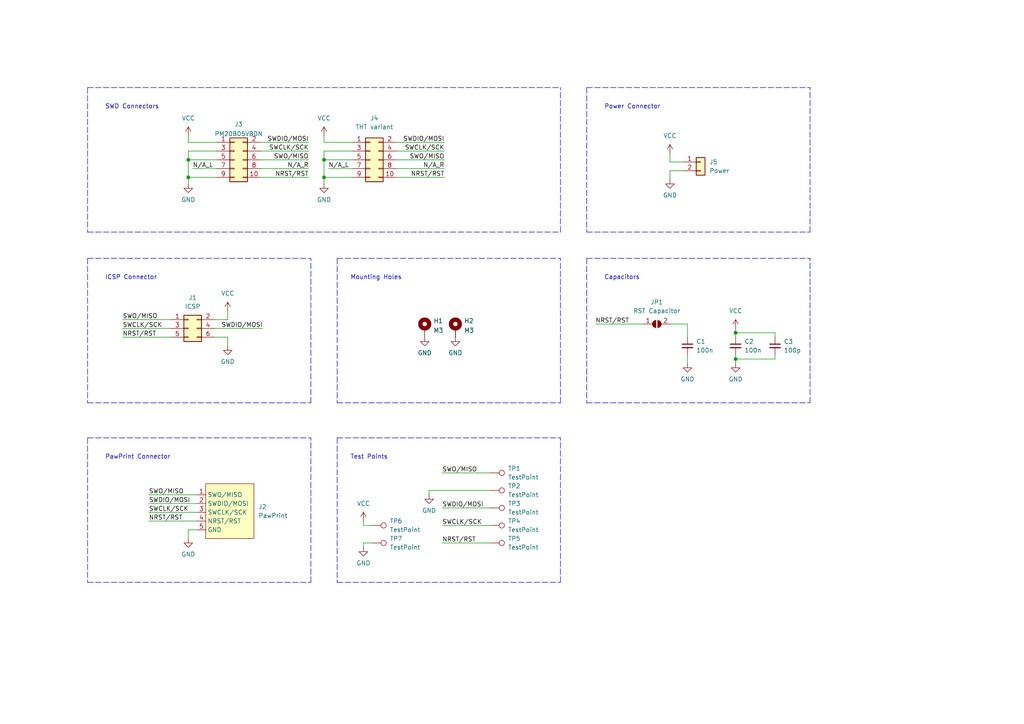
<source format=kicad_sch>
(kicad_sch (version 20211123) (generator eeschema)
  (paper "A4")
  (lib_symbols
    (symbol "Connector:TestPoint" (pin_numbers hide) (pin_names (offset 0.762) hide)
      (property "Reference" "TP" (at 0 6.858 0))
      (property "Value" "TestPoint" (at 0 5.08 0))
      (symbol "TestPoint_0_1"
        (circle (center 0 3.302) (radius 0.762))
      )
      (symbol "TestPoint_1_1"
        (pin passive line (at 0 0 90) (length 2.54) (name "1") (number "1"))
      )
    )
    (symbol "Connector_Generic:Conn_01x02" (pin_names (offset 1.016) hide)
      (property "Reference" "J" (at 0 2.54 0))
      (property "Value" "Conn_01x02" (at 0 -5.08 0))
      (symbol "Conn_01x02_1_1"
        (rectangle (start -1.27 -2.413) (end 0 -2.667) (stroke (width 0.1524)))
        (rectangle (start -1.27 0.127) (end 0 -0.127) (stroke (width 0.1524)))
        (rectangle (start -1.27 1.27) (end 1.27 -3.81) (stroke (width 0.254)) (fill (type background)))
        (pin passive line (at -5.08 0 0) (length 3.81) (name "Pin_1") (number "1"))
        (pin passive line (at -5.08 -2.54 0) (length 3.81) (name "Pin_2") (number "2"))
      )
    )
    (symbol "Connector_Generic:Conn_02x03_Odd_Even" (pin_names (offset 1.016) hide)
      (property "Reference" "J" (at 1.27 5.08 0))
      (property "Value" "Conn_02x03_Odd_Even" (at 1.27 -5.08 0))
      (symbol "Conn_02x03_Odd_Even_1_1"
        (rectangle (start -1.27 -2.413) (end 0 -2.667) (stroke (width 0.1524)))
        (rectangle (start -1.27 0.127) (end 0 -0.127) (stroke (width 0.1524)))
        (rectangle (start -1.27 2.667) (end 0 2.413) (stroke (width 0.1524)))
        (rectangle (start -1.27 3.81) (end 3.81 -3.81) (stroke (width 0.254)) (fill (type background)))
        (rectangle (start 3.81 -2.413) (end 2.54 -2.667) (stroke (width 0.1524)))
        (rectangle (start 3.81 0.127) (end 2.54 -0.127) (stroke (width 0.1524)))
        (rectangle (start 3.81 2.667) (end 2.54 2.413) (stroke (width 0.1524)))
        (pin passive line (at -5.08 2.54 0) (length 3.81) (name "Pin_1") (number "1"))
        (pin passive line (at 7.62 2.54 180) (length 3.81) (name "Pin_2") (number "2"))
        (pin passive line (at -5.08 0 0) (length 3.81) (name "Pin_3") (number "3"))
        (pin passive line (at 7.62 0 180) (length 3.81) (name "Pin_4") (number "4"))
        (pin passive line (at -5.08 -2.54 0) (length 3.81) (name "Pin_5") (number "5"))
        (pin passive line (at 7.62 -2.54 180) (length 3.81) (name "Pin_6") (number "6"))
      )
    )
    (symbol "Connector_Generic:Conn_02x05_Odd_Even" (pin_names (offset 1.016) hide)
      (property "Reference" "J" (at 1.27 7.62 0))
      (property "Value" "Conn_02x05_Odd_Even" (at 1.27 -7.62 0))
      (symbol "Conn_02x05_Odd_Even_1_1"
        (rectangle (start -1.27 -4.953) (end 0 -5.207) (stroke (width 0.1524)))
        (rectangle (start -1.27 -2.413) (end 0 -2.667) (stroke (width 0.1524)))
        (rectangle (start -1.27 0.127) (end 0 -0.127) (stroke (width 0.1524)))
        (rectangle (start -1.27 2.667) (end 0 2.413) (stroke (width 0.1524)))
        (rectangle (start -1.27 5.207) (end 0 4.953) (stroke (width 0.1524)))
        (rectangle (start -1.27 6.35) (end 3.81 -6.35) (stroke (width 0.254)) (fill (type background)))
        (rectangle (start 3.81 -4.953) (end 2.54 -5.207) (stroke (width 0.1524)))
        (rectangle (start 3.81 -2.413) (end 2.54 -2.667) (stroke (width 0.1524)))
        (rectangle (start 3.81 0.127) (end 2.54 -0.127) (stroke (width 0.1524)))
        (rectangle (start 3.81 2.667) (end 2.54 2.413) (stroke (width 0.1524)))
        (rectangle (start 3.81 5.207) (end 2.54 4.953) (stroke (width 0.1524)))
        (pin passive line (at -5.08 5.08 0) (length 3.81) (name "Pin_1") (number "1"))
        (pin passive line (at 7.62 -5.08 180) (length 3.81) (name "Pin_10") (number "10"))
        (pin passive line (at 7.62 5.08 180) (length 3.81) (name "Pin_2") (number "2"))
        (pin passive line (at -5.08 2.54 0) (length 3.81) (name "Pin_3") (number "3"))
        (pin passive line (at 7.62 2.54 180) (length 3.81) (name "Pin_4") (number "4"))
        (pin passive line (at -5.08 0 0) (length 3.81) (name "Pin_5") (number "5"))
        (pin passive line (at 7.62 0 180) (length 3.81) (name "Pin_6") (number "6"))
        (pin passive line (at -5.08 -2.54 0) (length 3.81) (name "Pin_7") (number "7"))
        (pin passive line (at 7.62 -2.54 180) (length 3.81) (name "Pin_8") (number "8"))
        (pin passive line (at -5.08 -5.08 0) (length 3.81) (name "Pin_9") (number "9"))
      )
    )
    (symbol "Cuprum:PawPrint"
      (property "Reference" "J" (at 0 10.16 0))
      (property "Value" "PawPrint" (at 0 -9.525 0))
      (symbol "PawPrint_0_1"
        (rectangle (start -6.35 8.255) (end 7.62 -7.62) (fill (type background)))
      )
      (symbol "PawPrint_1_1"
        (pin input line (at -8.89 5.08 0) (length 2.54) (name "SWO/MISO") (number "1"))
        (pin input line (at -8.89 2.54 0) (length 2.54) (name "SWDIO/MOSI") (number "2"))
        (pin input line (at -8.89 0 0) (length 2.54) (name "SWCLK/SCK") (number "3"))
        (pin input line (at -8.89 -2.54 0) (length 2.54) (name "NRST/RST") (number "4"))
        (pin input line (at -8.89 -5.08 0) (length 2.54) (name "GND") (number "5"))
      )
    )
    (symbol "Device:C_Small" (pin_numbers hide) (pin_names (offset 0.254) hide)
      (property "Reference" "C" (at 0.254 1.778 0))
      (property "Value" "C_Small" (at 0.254 -2.032 0))
      (symbol "C_Small_0_1"
        (polyline (pts (xy -1.524 -0.508) (xy 1.524 -0.508)) (stroke (width 0.3302)))
        (polyline (pts (xy -1.524 0.508) (xy 1.524 0.508)) (stroke (width 0.3048)))
      )
      (symbol "C_Small_1_1"
        (pin passive line (at 0 2.54 270) (length 2.032) (name "~") (number "1"))
        (pin passive line (at 0 -2.54 90) (length 2.032) (name "~") (number "2"))
      )
    )
    (symbol "Jumper:SolderJumper_2_Open" (pin_names (offset 0) hide)
      (property "Reference" "JP" (at 0 2.032 0))
      (property "Value" "SolderJumper_2_Open" (at 0 -2.54 0))
      (symbol "SolderJumper_2_Open_0_1"
        (arc (start -0.254 1.016) (mid -1.27 0) (end -0.254 -1.016))
        (arc (start -0.254 1.016) (mid -1.27 0) (end -0.254 -1.016) (fill (type outline)))
        (polyline (pts (xy -0.254 1.016) (xy -0.254 -1.016)))
        (polyline (pts (xy 0.254 1.016) (xy 0.254 -1.016)))
        (arc (start 0.254 -1.016) (mid 1.27 0) (end 0.254 1.016))
        (arc (start 0.254 -1.016) (mid 1.27 0) (end 0.254 1.016) (fill (type outline)))
      )
      (symbol "SolderJumper_2_Open_1_1"
        (pin passive line (at -3.81 0 0) (length 2.54) (name "A") (number "1"))
        (pin passive line (at 3.81 0 180) (length 2.54) (name "B") (number "2"))
      )
    )
    (symbol "Mechanical:MountingHole_Pad" (pin_numbers hide) (pin_names (offset 1.016) hide)
      (property "Reference" "H" (at 0 6.35 0))
      (property "Value" "MountingHole_Pad" (at 0 4.445 0))
      (symbol "MountingHole_Pad_0_1"
        (circle (center 0 1.27) (radius 1.27) (stroke (width 1.27)))
      )
      (symbol "MountingHole_Pad_1_1"
        (pin input line (at 0 -2.54 90) (length 2.54) (name "1") (number "1"))
      )
    )
    (symbol "power:GND" (power) (pin_names (offset 0))
      (property "Value" "GND" (at 0 -3.81 0))
      (symbol "GND_0_1"
        (polyline (pts (xy 0 0) (xy 0 -1.27) (xy 1.27 -1.27) (xy 0 -2.54) (xy -1.27 -1.27) (xy 0 -1.27)))
      )
      (symbol "GND_1_1"
        (pin power_in line (at 0 0 270) (length 0) hide (name "GND") (number "1"))
      )
    )
    (symbol "power:VCC" (power) (pin_names (offset 0))
      (property "Value" "VCC" (at 0 3.81 0))
      (symbol "VCC_0_1"
        (polyline (pts (xy -0.762 1.27) (xy 0 2.54)))
        (polyline (pts (xy 0 0) (xy 0 2.54)))
        (polyline (pts (xy 0 2.54) (xy 0.762 1.27)))
      )
      (symbol "VCC_1_1"
        (pin power_in line (at 0 0 90) (length 0) hide (name "VCC") (number "1"))
      )
    )
  )
  (junction (at 93.98 46.355))
  (junction (at 54.61 46.355))
  (junction (at 213.36 96.52))
  (junction (at 54.61 51.435))
  (junction (at 213.36 104.14))
  (junction (at 93.98 51.435))
  (wire (pts (xy 93.98 41.275) (xy 93.98 39.37)))
  (wire (pts (xy 102.235 41.275) (xy 93.98 41.275)))
  (polyline (pts (xy 170.18 25.4) (xy 170.18 67.31)))
  (wire (pts (xy 194.31 46.99) (xy 198.12 46.99)))
  (polyline (pts (xy 25.4 168.91) (xy 90.17 168.91)))
  (polyline (pts (xy 90.17 116.84) (xy 90.17 74.93)))
  (polyline (pts (xy 170.18 74.93) (xy 170.18 116.84)))
  (wire (pts (xy 114.935 41.275) (xy 128.905 41.275)))
  (wire (pts (xy 194.31 49.53) (xy 198.12 49.53)))
  (polyline (pts (xy 97.79 74.93) (xy 97.79 116.84)))
  (wire (pts (xy 54.61 53.34) (xy 54.61 51.435)))
  (polyline (pts (xy 25.4 74.93) (xy 25.4 116.84)))
  (wire (pts (xy 93.98 51.435) (xy 93.98 46.355)))
  (wire (pts (xy 224.79 102.87) (xy 224.79 104.14)))
  (polyline (pts (xy 97.79 116.84) (xy 162.56 116.84)))
  (wire (pts (xy 213.36 96.52) (xy 213.36 97.79)))
  (wire (pts (xy 35.56 95.25) (xy 49.53 95.25)))
  (wire (pts (xy 95.25 48.895) (xy 102.235 48.895)))
  (polyline (pts (xy 25.4 25.4) (xy 162.56 25.4)))
  (polyline (pts (xy 162.56 168.91) (xy 162.56 127)))
  (wire (pts (xy 124.46 143.51) (xy 124.46 142.24)))
  (wire (pts (xy 93.98 53.34) (xy 93.98 51.435)))
  (polyline (pts (xy 170.18 67.31) (xy 234.95 67.31)))
  (polyline (pts (xy 97.79 74.93) (xy 162.56 74.93)))
  (wire (pts (xy 66.04 100.33) (xy 66.04 97.79)))
  (polyline (pts (xy 234.95 67.31) (xy 234.95 25.4)))
  (polyline (pts (xy 25.4 127) (xy 90.17 127)))
  (wire (pts (xy 128.905 46.355) (xy 114.935 46.355)))
  (wire (pts (xy 114.935 48.895) (xy 128.905 48.895)))
  (wire (pts (xy 54.61 46.355) (xy 62.865 46.355)))
  (wire (pts (xy 93.98 46.355) (xy 93.98 43.815)))
  (wire (pts (xy 62.865 41.275) (xy 54.61 41.275)))
  (wire (pts (xy 105.41 151.13) (xy 105.41 152.4)))
  (polyline (pts (xy 162.56 67.31) (xy 162.56 25.4)))
  (wire (pts (xy 89.535 43.815) (xy 75.565 43.815)))
  (wire (pts (xy 224.79 97.79) (xy 224.79 96.52)))
  (polyline (pts (xy 25.4 67.31) (xy 162.56 67.31)))
  (wire (pts (xy 35.56 92.71) (xy 49.53 92.71)))
  (wire (pts (xy 62.23 92.71) (xy 66.04 92.71)))
  (wire (pts (xy 194.31 44.45) (xy 194.31 46.99)))
  (polyline (pts (xy 25.4 25.4) (xy 25.4 67.31)))
  (wire (pts (xy 66.04 92.71) (xy 66.04 90.17)))
  (wire (pts (xy 105.41 157.48) (xy 105.41 158.75)))
  (wire (pts (xy 43.18 143.51) (xy 57.15 143.51)))
  (wire (pts (xy 89.535 46.355) (xy 75.565 46.355)))
  (wire (pts (xy 213.36 95.25) (xy 213.36 96.52)))
  (wire (pts (xy 54.61 153.67) (xy 57.15 153.67)))
  (wire (pts (xy 54.61 46.355) (xy 54.61 43.815)))
  (wire (pts (xy 62.23 97.79) (xy 66.04 97.79)))
  (wire (pts (xy 57.15 146.05) (xy 43.18 146.05)))
  (wire (pts (xy 93.98 46.355) (xy 102.235 46.355)))
  (wire (pts (xy 213.36 104.14) (xy 213.36 102.87)))
  (wire (pts (xy 199.39 105.41) (xy 199.39 102.87)))
  (wire (pts (xy 62.23 95.25) (xy 76.2 95.25)))
  (polyline (pts (xy 25.4 74.93) (xy 90.17 74.93)))
  (wire (pts (xy 35.56 97.79) (xy 49.53 97.79)))
  (wire (pts (xy 128.27 157.48) (xy 142.24 157.48)))
  (wire (pts (xy 172.72 93.98) (xy 186.69 93.98)))
  (polyline (pts (xy 25.4 116.84) (xy 90.17 116.84)))
  (wire (pts (xy 75.565 41.275) (xy 89.535 41.275)))
  (wire (pts (xy 128.905 43.815) (xy 114.935 43.815)))
  (polyline (pts (xy 90.17 168.91) (xy 90.17 127)))
  (wire (pts (xy 43.18 148.59) (xy 57.15 148.59)))
  (polyline (pts (xy 97.79 168.91) (xy 162.56 168.91)))
  (polyline (pts (xy 97.79 127) (xy 97.79 168.91)))
  (wire (pts (xy 199.39 93.98) (xy 199.39 97.79)))
  (wire (pts (xy 128.27 152.4) (xy 142.24 152.4)))
  (polyline (pts (xy 97.79 127) (xy 162.56 127)))
  (wire (pts (xy 213.36 104.14) (xy 224.79 104.14)))
  (polyline (pts (xy 170.18 116.84) (xy 234.95 116.84)))
  (polyline (pts (xy 234.95 116.84) (xy 234.95 74.93)))
  (wire (pts (xy 75.565 48.895) (xy 89.535 48.895)))
  (wire (pts (xy 213.36 105.41) (xy 213.36 104.14)))
  (wire (pts (xy 43.18 151.13) (xy 57.15 151.13)))
  (wire (pts (xy 93.98 51.435) (xy 102.235 51.435)))
  (wire (pts (xy 107.95 152.4) (xy 105.41 152.4)))
  (wire (pts (xy 54.61 156.21) (xy 54.61 153.67)))
  (wire (pts (xy 55.88 48.895) (xy 62.865 48.895)))
  (wire (pts (xy 213.36 96.52) (xy 224.79 96.52)))
  (wire (pts (xy 54.61 51.435) (xy 54.61 46.355)))
  (wire (pts (xy 194.31 52.07) (xy 194.31 49.53)))
  (wire (pts (xy 89.535 51.435) (xy 75.565 51.435)))
  (polyline (pts (xy 25.4 127) (xy 25.4 168.91)))
  (wire (pts (xy 107.95 157.48) (xy 105.41 157.48)))
  (polyline (pts (xy 170.18 74.93) (xy 234.95 74.93)))
  (wire (pts (xy 194.31 93.98) (xy 199.39 93.98)))
  (wire (pts (xy 142.24 147.32) (xy 128.27 147.32)))
  (wire (pts (xy 128.27 137.16) (xy 142.24 137.16)))
  (wire (pts (xy 93.98 43.815) (xy 102.235 43.815)))
  (wire (pts (xy 128.905 51.435) (xy 114.935 51.435)))
  (wire (pts (xy 54.61 43.815) (xy 62.865 43.815)))
  (polyline (pts (xy 162.56 116.84) (xy 162.56 74.93)))
  (polyline (pts (xy 170.18 25.4) (xy 234.95 25.4)))
  (wire (pts (xy 124.46 142.24) (xy 142.24 142.24)))
  (wire (pts (xy 54.61 51.435) (xy 62.865 51.435)))
  (wire (pts (xy 54.61 41.275) (xy 54.61 39.37)))
  (text "Power Connector" (at 175.26 31.75 0) (effects (font (size 1.27 1.27)) (justify left bottom)))
  (text "Test Points" (at 101.6 133.35 0) (effects (font (size 1.27 1.27)) (justify left bottom)))
  (text "Mounting Holes" (at 101.6 81.28 0) (effects (font (size 1.27 1.27)) (justify left bottom)))
  (text "PawPrint Connector" (at 30.48 133.35 0) (effects (font (size 1.27 1.27)) (justify left bottom)))
  (text "ICSP Connector" (at 30.48 81.28 0) (effects (font (size 1.27 1.27)) (justify left bottom)))
  (text "Capacitors" (at 175.26 81.28 0) (effects (font (size 1.27 1.27)) (justify left bottom)))
  (text "SWD Connectors" (at 30.48 31.75 0) (effects (font (size 1.27 1.27)) (justify left bottom)))
  (label "SWO{slash}MISO" (at 128.905 46.355 180))
  (label "SWDIO{slash}MOSI" (at 76.2 95.25 180))
  (label "SWDIO{slash}MOSI" (at 43.18 146.05 0))
  (label "N{slash}A_R" (at 89.535 48.895 180))
  (label "SWO{slash}MISO" (at 128.27 137.16 0))
  (label "NRST{slash}RST" (at 172.72 93.98 0))
  (label "N{slash}A_L" (at 95.25 48.895 0))
  (label "N{slash}A_R" (at 128.905 48.895 180))
  (label "SWCLK{slash}SCK" (at 128.27 152.4 0))
  (label "NRST{slash}RST" (at 43.18 151.13 0))
  (label "SWO{slash}MISO" (at 89.535 46.355 180))
  (label "NRST{slash}RST" (at 128.905 51.435 180))
  (label "NRST{slash}RST" (at 89.535 51.435 180))
  (label "N{slash}A_L" (at 55.88 48.895 0))
  (label "SWO{slash}MISO" (at 43.18 143.51 0))
  (label "SWCLK{slash}SCK" (at 35.56 95.25 0))
  (label "NRST{slash}RST" (at 35.56 97.79 0))
  (label "SWO{slash}MISO" (at 35.56 92.71 0))
  (label "SWDIO{slash}MOSI" (at 89.535 41.275 180))
  (label "SWDIO{slash}MOSI" (at 128.27 147.32 0))
  (label "SWCLK{slash}SCK" (at 128.905 43.815 180))
  (label "SWCLK{slash}SCK" (at 89.535 43.815 180))
  (label "SWDIO{slash}MOSI" (at 128.905 41.275 180))
  (label "SWCLK{slash}SCK" (at 43.18 148.59 0))
  (label "NRST{slash}RST" (at 128.27 157.48 0))
  (symbol (lib_id "power:GND") (at 132.08 97.79 0) (unit 1)
    (property "Reference" "#PWR010" (effects hide))
    (property "Value" "GND" (at 132.08 102.3525 0))
  )
  (symbol (lib_id "power:VCC") (at 93.98 39.37 0) (unit 1)
    (property "Reference" "#PWR?" (effects hide))
    (property "Value" "VCC" (at 93.98 34.29 0))
  )
  (symbol (lib_id "power:GND") (at 54.61 53.34 0) (unit 1)
    (property "Reference" "#PWR02" (effects hide))
    (property "Value" "GND" (at 54.61 57.9025 0))
  )
  (symbol (lib_id "Cuprum:PawPrint") (at 66.04 148.59 0) (unit 1)
    (property "Reference" "J2" (at 74.93 147.0024 0) (effects (justify left)))
    (property "Value" "PawPrint" (at 74.93 149.5424 0) (effects (justify left)))
    (property "Footprint" "KiCAD Library:pawpad_holeless" (effects hide))
  )
  (symbol (lib_id "power:GND") (at 194.31 52.07 0) (unit 1)
    (property "Reference" "#PWR012" (effects hide))
    (property "Value" "GND" (at 194.31 56.6325 0))
  )
  (symbol (lib_id "Connector:TestPoint") (at 142.24 142.24 270) (unit 1)
    (property "Reference" "TP2" (at 147.32 140.9699 90) (effects (justify left)))
    (property "Value" "TestPoint" (at 147.32 143.5099 90) (effects (justify left)))
    (property "Footprint" "KiCAD Library:TestPoint_Keystone_5019_Minature_No_Silkscreen" (effects hide))
  )
  (symbol (lib_id "Device:C_Small") (at 199.39 100.33 0) (unit 1)
    (property "Reference" "C1" (at 201.93 99.0662 0) (effects (justify left)))
    (property "Value" "100n" (at 201.93 101.6062 0) (effects (justify left)))
    (property "Footprint" "Capacitor_SMD:C_0603_1608Metric" (effects hide))
  )
  (symbol (lib_id "Jumper:SolderJumper_2_Open") (at 190.5 93.98 0) (unit 1)
    (property "Reference" "JP1" (at 190.5 87.63 0))
    (property "Value" "RST Capacitor" (at 190.5 90.17 0))
    (property "Footprint" "Jumper:SolderJumper-2_P1.3mm_Open_RoundedPad1.0x1.5mm" (effects hide))
  )
  (symbol (lib_id "Connector:TestPoint") (at 142.24 157.48 270) (unit 1)
    (property "Reference" "TP5" (at 147.32 156.2099 90) (effects (justify left)))
    (property "Value" "TestPoint" (at 147.32 158.7499 90) (effects (justify left)))
    (property "Footprint" "KiCAD Library:TestPoint_Keystone_5019_Minature_No_Silkscreen" (effects hide))
  )
  (symbol (lib_id "Connector:TestPoint") (at 107.95 152.4 270) (unit 1)
    (property "Reference" "TP6" (at 113.03 151.1299 90) (effects (justify left)))
    (property "Value" "TestPoint" (at 113.03 153.6699 90) (effects (justify left)))
    (property "Footprint" "KiCAD Library:TestPoint_Keystone_5019_Minature_No_Silkscreen" (effects hide))
  )
  (symbol (lib_id "Connector:TestPoint") (at 107.95 157.48 270) (unit 1)
    (property "Reference" "TP7" (at 113.03 156.2099 90) (effects (justify left)))
    (property "Value" "TestPoint" (at 113.03 158.7499 90) (effects (justify left)))
    (property "Footprint" "KiCAD Library:TestPoint_Keystone_5019_Minature_No_Silkscreen" (effects hide))
  )
  (symbol (lib_id "power:GND") (at 54.61 156.21 0) (unit 1)
    (property "Reference" "#PWR03" (effects hide))
    (property "Value" "GND" (at 54.61 160.7725 0))
  )
  (symbol (lib_id "Connector_Generic:Conn_02x05_Odd_Even") (at 107.315 46.355 0) (unit 1)
    (property "Reference" "J4" (at 108.585 34.29 0))
    (property "Value" "THT variant" (at 108.585 36.83 0))
    (property "Footprint" "Connector_PinHeader_1.27mm:PinHeader_2x05_P1.27mm_Vertical" (effects hide))
  )
  (symbol (lib_id "power:GND") (at 105.41 158.75 0) (unit 1)
    (property "Reference" "#PWR?" (effects hide))
    (property "Value" "GND" (at 105.41 163.3125 0))
  )
  (symbol (lib_id "power:VCC") (at 105.41 151.13 0) (unit 1)
    (property "Reference" "#PWR?" (effects hide))
    (property "Value" "VCC" (at 105.41 146.05 0))
  )
  (symbol (lib_id "power:GND") (at 213.36 105.41 0) (unit 1)
    (property "Reference" "#PWR015" (effects hide))
    (property "Value" "GND" (at 213.36 109.9725 0))
  )
  (symbol (lib_id "power:GND") (at 93.98 53.34 0) (unit 1)
    (property "Reference" "#PWR07" (effects hide))
    (property "Value" "GND" (at 93.98 57.9025 0))
  )
  (symbol (lib_id "Connector:TestPoint") (at 142.24 152.4 270) (unit 1)
    (property "Reference" "TP4" (at 147.32 151.1299 90) (effects (justify left)))
    (property "Value" "TestPoint" (at 147.32 153.6699 90) (effects (justify left)))
    (property "Footprint" "KiCAD Library:TestPoint_Keystone_5019_Minature_No_Silkscreen" (effects hide))
  )
  (symbol (lib_id "power:GND") (at 66.04 100.33 0) (unit 1)
    (property "Reference" "#PWR05" (effects hide))
    (property "Value" "GND" (at 66.04 104.8925 0))
  )
  (symbol (lib_id "Connector_Generic:Conn_02x03_Odd_Even") (at 54.61 95.25 0) (unit 1)
    (property "Reference" "J1" (at 55.88 86.36 0))
    (property "Value" "ICSP" (at 55.88 88.9 0))
    (property "Footprint" "Connector_IDC:IDC-Header_2x03_P2.54mm_Vertical" (effects hide))
  )
  (symbol (lib_id "Device:C_Small") (at 213.36 100.33 0) (unit 1)
    (property "Reference" "C2" (at 215.9 99.0662 0) (effects (justify left)))
    (property "Value" "100n" (at 215.9 101.6062 0) (effects (justify left)))
    (property "Footprint" "Capacitor_SMD:C_0603_1608Metric" (effects hide))
  )
  (symbol (lib_id "power:VCC") (at 194.31 44.45 0) (unit 1)
    (property "Reference" "#PWR?" (effects hide))
    (property "Value" "VCC" (at 194.31 39.37 0))
  )
  (symbol (lib_id "power:VCC") (at 54.61 39.37 0) (unit 1)
    (property "Reference" "#PWR?" (effects hide))
    (property "Value" "VCC" (at 54.61 34.29 0))
  )
  (symbol (lib_id "power:VCC") (at 66.04 90.17 0) (unit 1)
    (property "Reference" "#PWR?" (effects hide))
    (property "Value" "VCC" (at 66.04 85.09 0))
  )
  (symbol (lib_id "Device:C_Small") (at 224.79 100.33 0) (unit 1)
    (property "Reference" "C3" (at 227.33 99.0662 0) (effects (justify left)))
    (property "Value" "100p" (at 227.33 101.6062 0) (effects (justify left)))
    (property "Footprint" "Capacitor_SMD:C_0603_1608Metric" (effects hide))
  )
  (symbol (lib_id "Connector:TestPoint") (at 142.24 137.16 270) (unit 1)
    (property "Reference" "TP1" (at 147.32 135.8899 90) (effects (justify left)))
    (property "Value" "TestPoint" (at 147.32 138.4299 90) (effects (justify left)))
    (property "Footprint" "KiCAD Library:TestPoint_Keystone_5019_Minature_No_Silkscreen" (effects hide))
  )
  (symbol (lib_id "power:GND") (at 199.39 105.41 0) (unit 1)
    (property "Reference" "#PWR013" (effects hide))
    (property "Value" "GND" (at 199.39 109.9725 0))
  )
  (symbol (lib_id "Mechanical:MountingHole_Pad") (at 123.19 95.25 0) (unit 1)
    (property "Reference" "H1" (at 125.73 93.0715 0) (effects (justify left)))
    (property "Value" "M3" (at 125.73 95.8466 0) (effects (justify left)))
    (property "Footprint" "MountingHole:MountingHole_3.2mm_M3_DIN965_Pad" (effects hide))
  )
  (symbol (lib_id "Connector:TestPoint") (at 142.24 147.32 270) (unit 1)
    (property "Reference" "TP3" (at 147.32 146.0499 90) (effects (justify left)))
    (property "Value" "TestPoint" (at 147.32 148.5899 90) (effects (justify left)))
    (property "Footprint" "KiCAD Library:TestPoint_Keystone_5019_Minature_No_Silkscreen" (effects hide))
  )
  (symbol (lib_id "Connector_Generic:Conn_02x05_Odd_Even") (at 67.945 46.355 0) (unit 1)
    (property "Reference" "J3" (at 69.215 36.0385 0))
    (property "Value" "PM20B05VBDN" (at 69.215 38.8136 0))
    (property "Footprint" "Connector_PinHeader_1.27mm:PinHeader_2x05_P1.27mm_Vertical_SMD" (effects hide))
  )
  (symbol (lib_id "power:VCC") (at 213.36 95.25 0) (unit 1)
    (property "Reference" "#PWR?" (effects hide))
    (property "Value" "VCC" (at 213.36 90.17 0))
  )
  (symbol (lib_id "Connector_Generic:Conn_01x02") (at 203.2 46.99 0) (unit 1)
    (property "Reference" "J5" (at 205.74 46.9899 0) (effects (justify left)))
    (property "Value" "Power" (at 205.74 49.5299 0) (effects (justify left)))
    (property "Footprint" "Connector_PinSocket_2.54mm:PinSocket_1x02_P2.54mm_Vertical" (effects hide))
  )
  (symbol (lib_id "Mechanical:MountingHole_Pad") (at 132.08 95.25 0) (unit 1)
    (property "Reference" "H2" (at 134.62 93.0715 0) (effects (justify left)))
    (property "Value" "M3" (at 134.62 95.8466 0) (effects (justify left)))
    (property "Footprint" "MountingHole:MountingHole_3.2mm_M3_DIN965_Pad" (effects hide))
  )
  (symbol (lib_id "power:GND") (at 124.46 143.51 0) (unit 1)
    (property "Reference" "#PWR08" (effects hide))
    (property "Value" "GND" (at 124.46 148.0725 0))
  )
  (symbol (lib_id "power:GND") (at 123.19 97.79 0) (unit 1)
    (property "Reference" "#PWR09" (effects hide))
    (property "Value" "GND" (at 123.19 102.3525 0))
  )
)
</source>
